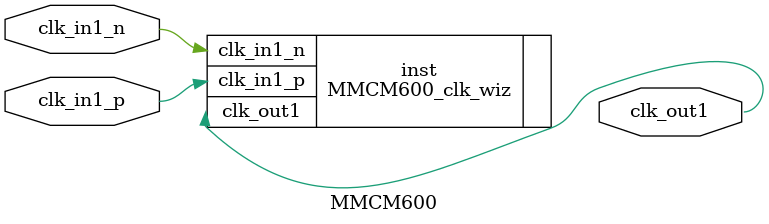
<source format=v>


`timescale 1ps/1ps

(* CORE_GENERATION_INFO = "MMCM600,clk_wiz_v6_0_4_0_0,{component_name=MMCM600,use_phase_alignment=false,use_min_o_jitter=true,use_max_i_jitter=false,use_dyn_phase_shift=false,use_inclk_switchover=false,use_dyn_reconfig=false,enable_axi=0,feedback_source=FDBK_AUTO,PRIMITIVE=MMCM,num_out_clk=1,clkin1_period=5.000,clkin2_period=10.0,use_power_down=false,use_reset=false,use_locked=false,use_inclk_stopped=false,feedback_type=SINGLE,CLOCK_MGR_TYPE=NA,manual_override=false}" *)

module MMCM600 
 (
  // Clock out ports
  output        clk_out1,
 // Clock in ports
  input         clk_in1_p,
  input         clk_in1_n
 );

  MMCM600_clk_wiz inst
  (
  // Clock out ports  
  .clk_out1(clk_out1),
 // Clock in ports
  .clk_in1_p(clk_in1_p),
  .clk_in1_n(clk_in1_n)
  );

endmodule

</source>
